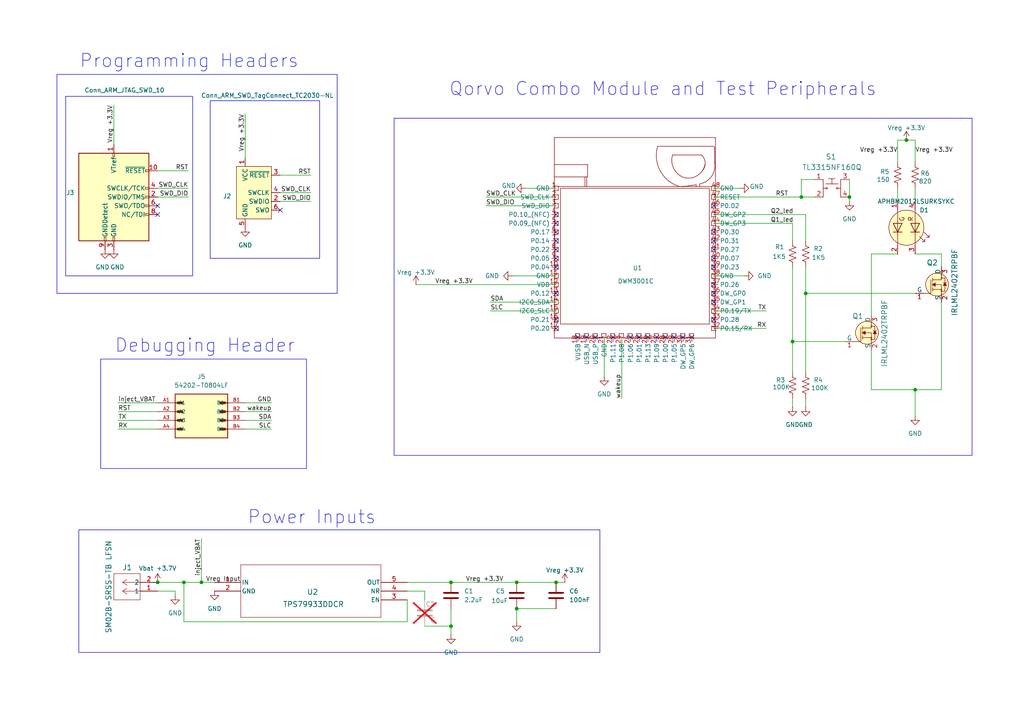
<source format=kicad_sch>
(kicad_sch (version 20231120) (generator "eeschema") (generator_version "8.0")
  (paper "A4")
  (title_block (title "BareTag_Tag") (date "2024-12-26") (rev "2") (company "SDP Team 3") (comment 1 "Authors: Connor McGarry, Sean Brown, Walter Tebbetts, Ken Su"))
  (lib_symbols
    (symbol "Connector:Conn_ARM_JTAG_SWD_10" (pin_names (offset 1.016))
      (property "Reference" "J3" (at -11.43 1.2701 0))
      (property "Value" "Conn_ARM_JTAG_SWD_10" (at 14.732 30.988 0))
      (symbol "Conn_ARM_JTAG_SWD_10_1_1"
        (pin power_in line (at 0 15.24 270) (length 2.54) (name "VTref") (number "1"))
        (pin open_collector line (at 12.7 7.62 180) (length 2.54) (name "~{RESET}") (number "10"))
        (pin bidirectional line (at 12.7 0 180) (length 2.54) (name "SWDIO/TMS") (number "2"))
        (pin power_in line (at 0 -15.24 90) (length 2.54) (name "GND") (number "3"))
        (pin bidirectional line (at 12.7 2.54 180) (length 2.54) (name "SWCLK/TCK") (number "4"))
        (pin passive line (at 0 -15.24 90) (length 2.54) hide (name "GND") (number "5"))
        (pin input line (at 12.7 -2.54 180) (length 2.54) (name "SWO/TDO") (number "6"))
        (pin no_connect line (at -10.16 0 0) (length 2.54) hide (name "KEY") (number "7"))
        (pin output line (at 12.7 -5.08 180) (length 2.54) (name "NC/TDI") (number "8"))
        (pin passive line (at -2.54 -15.24 90) (length 2.54) (name "GNDDetect") (number "9"))
      )
    )
    (symbol "Connector:Conn_ARM_SWD_TagConnect_TC2030-NL" (in_bom no)
      (property "Reference" "J" (at 2.54 11.43 0))
      (property "Value" "Conn_ARM_SWD_TagConnect_TC2030-NL" (at 2.54 8.89 0))
      (symbol "Conn_ARM_SWD_TagConnect_TC2030-NL_0_0"
        (pin power_in line (at -2.54 10.16 270) (length 2.54) (name "VCC") (number "1"))
        (pin bidirectional line (at 7.62 -2.54 180) (length 2.54) (name "SWDIO") (number "2"))
        (pin open_collector line (at 7.62 5.08 180) (length 2.54) (name "~{RESET}") (number "3"))
        (pin output line (at 7.62 0 180) (length 2.54) (name "SWCLK") (number "4"))
        (pin power_in line (at -2.54 -10.16 90) (length 2.54) (name "GND") (number "5"))
        (pin input line (at 7.62 -5.08 180) (length 2.54) (name "SWO") (number "6"))
      )
    )
    (symbol "Device:C" (pin_numbers hide) (pin_names (offset 0.254))
      (property "Reference" "C" (at 0.635 2.54 0))
      (property "Value" "C" (at 0.635 -2.54 0))
      (symbol "C_1_1"
        (pin passive line (at 0 3.81 270) (length 2.794) (name "~") (number "1"))
        (pin passive line (at 0 -3.81 90) (length 2.794) (name "~") (number "2"))
      )
    )
    (symbol "Device:R_US" (pin_numbers hide) (pin_names (offset 0))
      (property "Reference" "R" (at 2.54 0 90))
      (property "Value" "R_US" (at -2.54 0 90))
      (symbol "R_US_1_1"
        (pin passive line (at 0 3.81 270) (length 1.27) (name "~") (number "1"))
        (pin passive line (at 0 -3.81 90) (length 1.27) (name "~") (number "2"))
      )
    )
    (symbol "LED:LTST-C235KGKRKT" (pin_names (offset 0) hide)
      (property "Reference" "D1" (at -5.08 3.81 90))
      (property "Value" "APHBM2012LSURKSYKC" (at -7.62 -8.382 90))
      (symbol "LTST-C235KGKRKT_0_0"
        (text "G" (at -2.54 -1.27 0) (effects (font (size 1.2954 1.2954))))
        (text "R" (at -2.54 1.27 0) (effects (font (size 1.2954 1.2954))))
      )
      (symbol "LTST-C235KGKRKT_1_1"
        (pin input line (at -7.62 -2.54 0) (length 2.54) (name "A2") (number "1"))
        (pin input line (at 7.62 -2.54 180) (length 2.54) (name "K2") (number "2"))
        (pin input line (at 7.62 2.54 180) (length 2.54) (name "K1") (number "3"))
        (pin input line (at -7.62 2.54 0) (length 2.54) (name "A1") (number "4"))
      )
    )
    (symbol "SM02B-SRSS-TB:SM02B-SRSS-TB_LFSN" (pin_names (offset 0.254))
      (property "Reference" "J1" (at 7.366 3.81 0))
      (property "Value" "SM02B-SRSS-TB LFSN" (at -10.922 -9.144 0))
      (symbol "SM02B-SRSS-TB_LFSN_1_1"
        (pin power_out line (at 0 0 0) (length 5.08) (name "1") (number "1"))
        (pin power_out line (at 0 -2.54 0) (length 5.08) (name "2") (number "2"))
      )
      (symbol "SM02B-SRSS-TB_LFSN_1_2"
        (pin unspecified line (at 0 0 0) (length 5.08) (name "1") (number "1"))
        (pin unspecified line (at 0 -2.54 0) (length 5.08) (name "2") (number "2"))
      )
    )
    (symbol "TPS79933DDCR:TPS79933DDCR" (pin_names (offset 0.254))
      (property "Reference" "U2" (at 27.686 6.604 0))
      (property "Value" "TPS79933DDCR" (at 27.94 -13.462 0))
      (symbol "TPS79933DDCR_0_1"
        (pin power_in line (at 0 -2.54 0) (length 7.62) (name "GND") (number "2"))
      )
      (symbol "TPS79933DDCR_1_1"
        (pin power_in line (at 0 0 0) (length 7.62) (name "IN") (number "1"))
        (pin input line (at 55.88 -5.08 180) (length 7.62) (name "EN") (number "3"))
        (pin output line (at 55.88 -2.54 180) (length 7.62) (name "NR") (number "4"))
        (pin power_out line (at 55.88 0 180) (length 7.62) (name "OUT") (number "5"))
      )
    )
    (symbol "dk_Tactile-Switches:TL3315NF160Q" (pin_names (offset 1.016))
      (property "Reference" "S" (at 0 5.08 0))
      (property "Value" "TL3315NF160Q" (at 0 -5.08 0))
      (symbol "TL3315NF160Q_1_1"
        (pin passive line (at -5.08 2.54 0) (length 2.54) (name "~") (number "1"))
        (pin passive line (at -5.08 -2.54 0) (length 2.54) (name "~") (number "2"))
        (pin passive line (at 5.08 2.54 180) (length 2.54) (name "~") (number "3"))
        (pin passive line (at 5.08 -2.54 180) (length 2.54) (name "~") (number "4"))
      )
    )
    (symbol "dk_Transistors-FETs-MOSFETs-Single:IRLML2402TRPBF" (pin_names (offset 0))
      (property "Reference" "Q" (at -2.6924 3.6322 0))
      (property "Value" "IRLML2402TRPBF" (at 3.4544 0 90))
      (symbol "IRLML2402TRPBF_1_1"
        (pin bidirectional line (at -7.62 -2.54 0) (length 2.54) (name "G") (number "1"))
        (pin bidirectional line (at 0 -5.08 90) (length 2.54) (name "S") (number "2"))
        (pin bidirectional line (at 0 5.08 270) (length 2.54) (name "D") (number "3"))
      )
    )
    (symbol "imported:54202-T0804LF" (pin_names (offset 1.016))
      (property "Reference" "J" (at -8.12 7.62 0))
      (property "Value" "54202-T0804LF" (at -7.62 -7.62 0))
      (symbol "54202-T0804LF_0_0"
        (pin passive line (at -12.7 5.08 0) (length 5.08) (name "A1") (number "A1"))
        (pin passive line (at -12.7 2.54 0) (length 5.08) (name "A2") (number "A2"))
        (pin passive line (at -12.7 0 0) (length 5.08) (name "A3") (number "A3"))
        (pin passive line (at -12.7 -2.54 0) (length 5.08) (name "A4") (number "A4"))
        (pin passive line (at 12.7 5.08 180) (length 5.08) (name "B1") (number "B1"))
        (pin passive line (at 12.7 2.54 180) (length 5.08) (name "B2") (number "B2"))
        (pin passive line (at 12.7 0 180) (length 5.08) (name "B3") (number "B3"))
        (pin passive line (at 12.7 -2.54 180) (length 5.08) (name "B4") (number "B4"))
      )
    )
    (symbol "power:+3.3V" (power) (pin_numbers hide) (pin_names (offset 0) hide)
      (property "Value" "+3.3V" (at 0 3.556 0))
      (symbol "+3.3V_1_1"
        (pin power_in line (at 0 0 90) (length 0) (name "~") (number "1"))
      )
    )
    (symbol "power:GND" (power) (pin_numbers hide) (pin_names (offset 0) hide)
      (property "Value" "GND" (at 0 -3.81 0))
      (symbol "GND_1_1"
        (pin power_in line (at 0 0 270) (length 0) (name "~") (number "1"))
      )
    )
    (symbol "sdp:DWM3001C"
      (property "Reference" "U1" (at 2.032 -2.794 0))
      (property "Value" "DWM3001C" (at 1.524 -6.604 0))
      (symbol "DWM3001C_1_1"
        (pin power_in line (at -21.59 20.32 180) (length 1.27) (name "GND") (number "1"))
        (pin bidirectional line (at -21.59 -2.54 180) (length 1.27) (name "P0.04") (number "10"))
        (pin power_in line (at -21.59 -5.08 180) (length 1.27) (name "GND") (number "11"))
        (pin power_in line (at -21.59 -7.62 180) (length 1.27) (name "VDD") (number "12"))
        (pin bidirectional line (at -21.59 -10.16 180) (length 1.27) (name "P0.12") (number "13"))
        (pin bidirectional line (at -21.59 -12.7 180) (length 1.27) (name "I2C0_SDA") (number "14"))
        (pin bidirectional line (at -21.59 -15.24 180) (length 1.27) (name "I2C0_SLC") (number "15"))
        (pin bidirectional line (at -21.59 -17.78 180) (length 1.27) (name "P0.21") (number "16"))
        (pin bidirectional line (at -21.59 -20.32 180) (length 1.27) (name "P0.20") (number "17"))
        (pin bidirectional line (at -15.24 -22.86 270) (length 1.27) (name "VUSB") (number "18"))
        (pin bidirectional line (at -12.7 -22.86 270) (length 1.27) (name "USB_N") (number "19"))
        (pin input line (at -21.59 17.78 180) (length 1.27) (name "SWD_CLK") (number "2"))
        (pin bidirectional line (at -10.16 -22.86 270) (length 1.27) (name "USB_P") (number "20"))
        (pin power_in line (at -7.62 -22.86 270) (length 1.27) (name "GND") (number "21"))
        (pin bidirectional line (at -5.08 -22.86 270) (length 1.27) (name "P1.11") (number "22"))
        (pin bidirectional line (at -2.54 -22.86 270) (length 1.27) (name "P1.08") (number "23"))
        (pin bidirectional line (at 0 -22.86 270) (length 1.27) (name "P1.06") (number "24"))
        (pin bidirectional line (at 2.54 -22.86 270) (length 1.27) (name "P1.01") (number "25"))
        (pin bidirectional line (at 5.08 -22.86 270) (length 1.27) (name "P1.13") (number "26"))
        (pin bidirectional line (at 7.62 -22.86 270) (length 1.27) (name "P1.09") (number "27"))
        (pin bidirectional line (at 10.16 -22.86 270) (length 1.27) (name "P1.00") (number "28"))
        (pin bidirectional line (at 12.7 -22.86 270) (length 1.27) (name "P1.05") (number "29"))
        (pin bidirectional line (at -21.59 15.24 180) (length 1.27) (name "SWD_DIO") (number "3"))
        (pin bidirectional line (at 15.24 -22.86 270) (length 1.27) (name "DW_GP5") (number "30"))
        (pin bidirectional line (at 17.78 -22.86 270) (length 1.27) (name "DW_GP6") (number "31"))
        (pin bidirectional line (at 24.13 -20.32 0) (length 1.27) (name "P0.15/RX") (number "32"))
        (pin bidirectional line (at 24.13 -17.78 0) (length 1.27) (name "P0.28") (number "33"))
        (pin bidirectional line (at 24.13 -15.24 0) (length 1.27) (name "P0.19/TX") (number "34"))
        (pin bidirectional line (at 24.13 -12.7 0) (length 1.27) (name "DW_GP1") (number "35"))
        (pin bidirectional line (at 24.13 -10.16 0) (length 1.27) (name "DW_GP0") (number "36"))
        (pin bidirectional line (at 24.13 -7.62 0) (length 1.27) (name "P0.26") (number "37"))
        (pin power_in line (at 24.13 -5.08 0) (length 1.27) (name "GND") (number "38"))
        (pin bidirectional line (at 24.13 -2.54 0) (length 1.27) (name "P0.23") (number "39"))
        (pin bidirectional line (at -21.59 12.7 180) (length 1.27) (name "P0.10_(NFC)") (number "4"))
        (pin bidirectional line (at 24.13 0 0) (length 1.27) (name "P0.07") (number "40"))
        (pin bidirectional line (at 24.13 2.54 0) (length 1.27) (name "P0.27") (number "41"))
        (pin bidirectional line (at 24.13 5.08 0) (length 1.27) (name "P0.31") (number "42"))
        (pin bidirectional line (at 24.13 7.62 0) (length 1.27) (name "P0.30") (number "43"))
        (pin bidirectional line (at 24.13 10.16 0) (length 1.27) (name "DW_GP3") (number "44"))
        (pin bidirectional line (at 24.13 12.7 0) (length 1.27) (name "DW_GP2") (number "45"))
        (pin bidirectional line (at 24.13 15.24 0) (length 1.27) (name "P0.02") (number "46"))
        (pin bidirectional line (at 24.13 17.78 0) (length 1.27) (name "RESET") (number "47"))
        (pin power_in line (at 24.13 20.32 0) (length 1.27) (name "GND") (number "48"))
        (pin bidirectional line (at -21.59 10.16 180) (length 1.27) (name "P0.09_(NFC)") (number "5"))
        (pin bidirectional line (at -21.59 7.62 180) (length 1.27) (name "P0.17") (number "6"))
        (pin bidirectional line (at -21.59 5.08 180) (length 1.27) (name "P0.14") (number "7"))
        (pin bidirectional line (at -21.59 2.54 180) (length 1.27) (name "P0.22") (number "8"))
        (pin bidirectional line (at -21.59 0 180) (length 1.27) (name "P0.05") (number "9"))
      )
    )
  )
  (junction (at 232.41 57.15))
  (junction (at 262.89 40.64))
  (junction (at 45.72 168.91))
  (junction (at 161.29 168.91))
  (junction (at 149.86 168.91))
  (junction (at 130.81 168.91))
  (junction (at 265.43 113.03))
  (junction (at 53.34 168.91))
  (junction (at 130.81 181.61))
  (junction (at 246.38 57.15))
  (junction (at 58.42 168.91))
  (junction (at 233.68 85.09))
  (junction (at 229.87 99.06))
  (junction (at 149.86 176.53))
  (no_connect (at 185.42 97.79))
  (no_connect (at 207.01 77.47))
  (no_connect (at 161.29 64.77))
  (no_connect (at 161.29 67.31))
  (no_connect (at 167.64 97.79))
  (no_connect (at 161.29 74.93))
  (no_connect (at 161.29 92.71))
  (no_connect (at 161.29 62.23))
  (no_connect (at 207.01 82.55))
  (no_connect (at 198.12 97.79))
  (no_connect (at 207.01 72.39))
  (no_connect (at 207.01 69.85))
  (no_connect (at 182.88 97.79))
  (no_connect (at 170.18 97.79))
  (no_connect (at 200.66 97.79))
  (no_connect (at 207.01 59.69))
  (no_connect (at 207.01 87.63))
  (no_connect (at 207.01 67.31))
  (no_connect (at 190.5 97.79))
  (no_connect (at 45.72 59.69))
  (no_connect (at 177.8 97.79))
  (no_connect (at 207.01 92.71))
  (no_connect (at 187.96 97.79))
  (no_connect (at 193.04 97.79))
  (no_connect (at 161.29 69.85))
  (no_connect (at 195.58 97.79))
  (no_connect (at 161.29 95.25))
  (no_connect (at 161.29 77.47))
  (no_connect (at 81.28 60.96))
  (no_connect (at 207.01 85.09))
  (no_connect (at 172.72 97.79))
  (no_connect (at 161.29 85.09))
  (no_connect (at 45.72 62.23))
  (no_connect (at 207.01 74.93))
  (no_connect (at 161.29 72.39))
  (wire (pts (xy 50.8 171.45) (xy 50.8 172.72)))
  (wire (pts (xy 246.38 52.07) (xy 246.38 57.15)))
  (wire (pts (xy 207.01 62.23) (xy 233.68 62.23)))
  (wire (pts (xy 273.05 113.03) (xy 265.43 113.03)))
  (wire (pts (xy 140.97 59.69) (xy 161.29 59.69)))
  (wire (pts (xy 120.65 82.55) (xy 161.29 82.55)))
  (wire (pts (xy 71.12 33.02) (xy 71.12 45.72)))
  (wire (pts (xy 78.74 124.46) (xy 71.12 124.46)))
  (wire (pts (xy 130.81 181.61) (xy 130.81 184.15)))
  (wire (pts (xy 54.61 54.61) (xy 45.72 54.61)))
  (wire (pts (xy 53.34 180.34) (xy 53.34 168.91)))
  (wire (pts (xy 233.68 115.57) (xy 233.68 118.11)))
  (wire (pts (xy 215.9 80.01) (xy 207.01 80.01)))
  (wire (pts (xy 232.41 57.15) (xy 236.22 57.15)))
  (wire (pts (xy 233.68 85.09) (xy 265.43 85.09)))
  (wire (pts (xy 229.87 64.77) (xy 229.87 69.85)))
  (wire (pts (xy 232.41 52.07) (xy 232.41 57.15)))
  (wire (pts (xy 252.73 113.03) (xy 252.73 101.6)))
  (wire (pts (xy 207.01 57.15) (xy 232.41 57.15)))
  (wire (pts (xy 260.35 40.64) (xy 262.89 40.64)))
  (wire (pts (xy 54.61 49.53) (xy 45.72 49.53)))
  (wire (pts (xy 265.43 73.66) (xy 273.05 73.66)))
  (wire (pts (xy 149.86 176.53) (xy 149.86 180.34)))
  (wire (pts (xy 54.61 57.15) (xy 45.72 57.15)))
  (wire (pts (xy 90.17 55.88) (xy 81.28 55.88)))
  (wire (pts (xy 161.29 168.91) (xy 163.83 168.91)))
  (wire (pts (xy 142.24 90.17) (xy 161.29 90.17)))
  (wire (pts (xy 90.17 58.42) (xy 81.28 58.42)))
  (wire (pts (xy 118.11 173.99) (xy 118.11 180.34)))
  (wire (pts (xy 78.74 119.38) (xy 71.12 119.38)))
  (wire (pts (xy 233.68 62.23) (xy 233.68 69.85)))
  (wire (pts (xy 118.11 168.91) (xy 130.81 168.91)))
  (wire (pts (xy 252.73 73.66) (xy 252.73 91.44)))
  (wire (pts (xy 214.63 54.61) (xy 207.01 54.61)))
  (wire (pts (xy 260.35 54.61) (xy 260.35 58.42)))
  (wire (pts (xy 149.86 176.53) (xy 161.29 176.53)))
  (wire (pts (xy 207.01 64.77) (xy 229.87 64.77)))
  (wire (pts (xy 207.01 95.25) (xy 222.25 95.25)))
  (wire (pts (xy 33.02 30.48) (xy 33.02 41.91)))
  (wire (pts (xy 34.29 121.92) (xy 45.72 121.92)))
  (wire (pts (xy 34.29 124.46) (xy 45.72 124.46)))
  (wire (pts (xy 45.72 168.91) (xy 53.34 168.91)))
  (wire (pts (xy 78.74 116.84) (xy 71.12 116.84)))
  (wire (pts (xy 229.87 77.47) (xy 229.87 99.06)))
  (wire (pts (xy 273.05 73.66) (xy 273.05 77.47)))
  (wire (pts (xy 260.35 73.66) (xy 252.73 73.66)))
  (wire (pts (xy 123.19 171.45) (xy 123.19 173.99)))
  (wire (pts (xy 34.29 119.38) (xy 45.72 119.38)))
  (wire (pts (xy 78.74 121.92) (xy 71.12 121.92)))
  (wire (pts (xy 229.87 115.57) (xy 229.87 118.11)))
  (wire (pts (xy 53.34 180.34) (xy 118.11 180.34)))
  (wire (pts (xy 265.43 113.03) (xy 252.73 113.03)))
  (wire (pts (xy 233.68 85.09) (xy 233.68 107.95)))
  (wire (pts (xy 50.8 171.45) (xy 45.72 171.45)))
  (wire (pts (xy 180.34 97.79) (xy 180.34 115.57)))
  (wire (pts (xy 229.87 99.06) (xy 229.87 107.95)))
  (wire (pts (xy 265.43 113.03) (xy 265.43 120.65)))
  (wire (pts (xy 148.59 80.01) (xy 161.29 80.01)))
  (wire (pts (xy 273.05 87.63) (xy 273.05 113.03)))
  (wire (pts (xy 236.22 52.07) (xy 232.41 52.07)))
  (wire (pts (xy 207.01 90.17) (xy 222.25 90.17)))
  (wire (pts (xy 53.34 168.91) (xy 58.42 168.91)))
  (wire (pts (xy 265.43 54.61) (xy 265.43 58.42)))
  (wire (pts (xy 34.29 116.84) (xy 45.72 116.84)))
  (wire (pts (xy 90.17 50.8) (xy 81.28 50.8)))
  (wire (pts (xy 140.97 57.15) (xy 161.29 57.15)))
  (wire (pts (xy 58.42 156.21) (xy 58.42 168.91)))
  (wire (pts (xy 175.26 109.22) (xy 175.26 97.79)))
  (wire (pts (xy 118.11 171.45) (xy 123.19 171.45)))
  (wire (pts (xy 229.87 99.06) (xy 245.11 99.06)))
  (wire (pts (xy 58.42 168.91) (xy 62.23 168.91)))
  (wire (pts (xy 123.19 181.61) (xy 130.81 181.61)))
  (wire (pts (xy 130.81 176.53) (xy 130.81 181.61)))
  (wire (pts (xy 246.38 57.15) (xy 246.38 58.42)))
  (wire (pts (xy 260.35 46.99) (xy 260.35 40.64)))
  (wire (pts (xy 265.43 46.99) (xy 265.43 40.64)))
  (wire (pts (xy 130.81 168.91) (xy 149.86 168.91)))
  (wire (pts (xy 149.86 168.91) (xy 161.29 168.91)))
  (wire (pts (xy 262.89 40.64) (xy 265.43 40.64)))
  (wire (pts (xy 233.68 77.47) (xy 233.68 85.09)))
  (wire (pts (xy 152.4 54.61) (xy 161.29 54.61)))
  (wire (pts (xy 142.24 87.63) (xy 161.29 87.63)))
  (rectangle (start 22.86 153.67) (end 173.99 189.23))
  (rectangle (start 114.3 34.29) (end 281.94 132.08))
  (rectangle (start 16.51 21.59) (end 97.79 85.09))
  (rectangle (start 60.96 29.21) (end 92.71 74.93))
  (rectangle (start 19.05 27.94) (end 55.88 80.01))
  (rectangle (start 29.21 104.14) (end 88.9 135.89))
  (text "Qorvo Combo Module and Test Peripherals" (at 192.278 25.908 0) (effects (font (size 3.81 3.81))))
  (text "Debugging Header" (at 59.436 100.33 0) (effects (font (size 3.81 3.81))))
  (text "Power Inputs" (at 90.424 150.114 0) (effects (font (size 3.81 3.81))))
  (text "Programming Headers\n" (at 54.864 17.78 0) (effects (font (size 3.81 3.81))))
  (label "SDA" (at 142.24 87.63 0))
  (label "SWD_CLK" (at 140.97 57.15 0))
  (label "RX" (at 34.29 124.46 0))
  (label "Vreg +3.3V" (at 71.12 33.02 270))
  (label "RST" (at 90.17 50.8 180))
  (label "Vreg +3.3V" (at 137.16 82.55 180))
  (label "Q2_led" (at 223.52 62.23 0))
  (label "GND" (at 78.74 116.84 180))
  (label "wakeup" (at 180.34 115.57 90))
  (label "Vreg +3.3V" (at 33.02 30.48 270))
  (label "SWD_DIO" (at 90.17 58.42 180))
  (label "wakeup" (at 78.74 119.38 180))
  (label "inject_VBAT" (at 58.42 156.21 270))
  (label "TX" (at 34.29 121.92 0))
  (label "SLC" (at 142.24 90.17 0))
  (label "inject_VBAT" (at 34.29 116.84 0))
  (label "SLC" (at 78.74 124.46 180))
  (label "Vreg +3.3V" (at 265.43 44.45 0))
  (label "TX" (at 222.25 90.17 180))
  (label "SDA" (at 78.74 121.92 180))
  (label "Q1_led" (at 223.52 64.77 0))
  (label "SWD_CLK" (at 54.61 54.61 180))
  (label "Vreg +3.3V" (at 146.05 168.91 180))
  (label "Vreg +3.3V" (at 260.35 44.45 180))
  (label "RST" (at 34.29 119.38 0))
  (label "SWD_DIO" (at 54.61 57.15 180))
  (label "SWD_DIO" (at 140.97 59.69 0))
  (label "RST" (at 228.6 57.15 180))
  (label "RX" (at 222.25 95.25 180))
  (label "RST" (at 54.61 49.53 180))
  (label "SWD_CLK" (at 90.17 55.88 180))
  (label "Vreg Input" (at 59.69 168.91 0))
  (symbol (lib_id "power:GND") (at 149.86 180.34 0) (unit 1)
    (property "Reference" "#PWR017" (effects (hide yes)))
    (property "Value" "GND" (at 149.86 185.42 0))
    (property "Description" "Power symbol creates a global label with name \"GND\" , ground" (effects (hide yes)))
  )
  (symbol (lib_id "Device:R_US") (at 260.35 50.8 0) (unit 1)
    (property "Reference" "R5" (at 255.27 49.784 0) (effects (justify left)))
    (property "Value" "150" (at 254.254 52.07 0) (effects (justify left)))
    (property "Footprint" "Resistor_SMD:R_0402_1005Metric" (effects (hide yes)))
    (property "Description" "Resistor, US symbol" (effects (hide yes)))
  )
  (symbol (lib_id "dk_Transistors-FETs-MOSFETs-Single:IRLML2402TRPBF") (at 252.73 96.52 0) (unit 1)
    (property "Reference" "Q1" (at 247.142 91.694 0) (effects (font (size 1.524 1.524)) (justify left)))
    (property "Value" "IRLML2402TRPBF" (at 256.54 106.426 90) (effects (font (size 1.524 1.524)) (justify left)))
    (property "Footprint" "digikey-footprints:SOT-23-3" (effects (hide yes)))
    (property "Datasheet" "https://www.infineon.com/dgdl/irlml2402pbf.pdf?fileId=5546d462533600a401535664e5ef25fa" (effects (hide yes)))
    (property "Description" "MOSFET N-CH 20V 1.2A SOT-23" (effects (hide yes)))
    (property "Digi-Key_PN" "IRLML2402PBFCT-ND" (effects (hide yes)))
    (property "MPN" "IRLML2402TRPBF" (effects (hide yes)))
    (property "Category" "Discrete Semiconductor Products" (effects (hide yes)))
    (property "Family" "Transistors - FETs, MOSFETs - Single" (effects (hide yes)))
    (property "DK_Datasheet_Link" "https://www.infineon.com/dgdl/irlml2402pbf.pdf?fileId=5546d462533600a401535664e5ef25fa" (effects (hide yes)))
    (property "DK_Detail_Page" "/product-detail/en/infineon-technologies/IRLML2402TRPBF/IRLML2402PBFCT-ND/812508" (effects (hide yes)))
    (property "Description_1" "MOSFET N-CH 20V 1.2A SOT-23" (effects (hide yes)))
    (property "Manufacturer" "Infineon Technologies" (effects (hide yes)))
    (property "Status" "Active" (effects (hide yes)))
  )
  (symbol (lib_id "power:+3.3V") (at 163.83 168.91 0) (unit 1)
    (property "Reference" "#PWR09" (effects (hide yes)))
    (property "Value" "Vreg +3.3V" (at 163.83 165.354 0))
    (property "Description" "Power symbol creates a global label with name \"+3.3V\"" (effects (hide yes)))
  )
  (symbol (lib_id "Device:R_US") (at 233.68 111.76 0) (unit 1)
    (property "Reference" "R4" (at 235.966 110.236 0) (effects (justify left)))
    (property "Value" "100K" (at 235.204 112.522 0) (effects (justify left)))
    (property "Footprint" "Resistor_SMD:R_0402_1005Metric" (effects (hide yes)))
    (property "Description" "Resistor, US symbol" (effects (hide yes)))
  )
  (symbol (lib_id "power:GND") (at 130.81 184.15 0) (unit 1)
    (property "Reference" "#PWR010" (effects (hide yes)))
    (property "Value" "GND" (at 130.81 189.23 0))
    (property "Description" "Power symbol creates a global label with name \"GND\" , ground" (effects (hide yes)))
  )
  (symbol (lib_id "power:GND") (at 214.63 54.61 90) (unit 1)
    (property "Reference" "#PWR07" (effects (hide yes)))
    (property "Value" "GND" (at 217.424 54.102 90) (effects (justify right)))
    (property "Description" "Power symbol creates a global label with name \"GND\" , ground" (effects (hide yes)))
  )
  (symbol (lib_id "Connector:Conn_ARM_JTAG_SWD_10") (at 33.02 57.15 0) (unit 1)
    (property "Reference" "J3" (at 21.59 55.8799 0) (effects (justify right)))
    (property "Value" "Conn_ARM_JTAG_SWD_10" (at 47.752 26.162 0) (effects (justify right)))
    (property "Footprint" "Connector_PinHeader_1.27mm:PinHeader_2x05_P1.27mm_Vertical_SMD" (effects (hide yes)))
    (property "Datasheet" "http://infocenter.arm.com/help/topic/com.arm.doc.ddi0314h/DDI0314H_coresight_components_trm.pdf" (effects (hide yes)))
    (property "Description" "Cortex Debug Connector, standard ARM Cortex-M SWD and JTAG interface" (effects (hide yes)))
  )
  (symbol (lib_id "TPS79933DDCR:TPS79933DDCR") (at 62.23 168.91 0) (unit 1)
    (property "Reference" "U2" (at 90.678 171.704 0) (effects (font (size 1.524 1.524))))
    (property "Value" "TPS79933DDCR" (at 90.932 175.26 0) (effects (font (size 1.524 1.524))))
    (property "Footprint" "imported:SOT95P280X110-5N" (effects (hide yes)))
    (property "Datasheet" "https://www.ti.com/lit/ds/symlink/tps799.pdf" (effects (hide yes)))
  )
  (symbol (lib_id "power:+3.3V") (at 45.72 168.91 0) (unit 1)
    (property "Reference" "#PWR08" (effects (hide yes)))
    (property "Value" "Vbat +3.7V" (at 45.72 164.846 0))
    (property "Description" "Power symbol creates a global label with name \"+3.3V\"" (effects (hide yes)))
  )
  (symbol (lib_id "power:GND") (at 148.59 80.01 270) (unit 1)
    (property "Reference" "#PWR04" (effects (hide yes)))
    (property "Value" "GND" (at 144.78 80.0099 90) (effects (justify right)))
    (property "Description" "Power symbol creates a global label with name \"GND\" , ground" (effects (hide yes)))
  )
  (symbol (lib_id "Device:R_US") (at 229.87 111.76 0) (unit 1)
    (property "Reference" "R3" (at 225.044 110.236 0) (effects (justify left)))
    (property "Value" "100K" (at 224.028 112.268 0) (effects (justify left)))
    (property "Footprint" "Resistor_SMD:R_0402_1005Metric" (effects (hide yes)))
    (property "Description" "Resistor, US symbol" (effects (hide yes)))
  )
  (symbol (lib_id "Connector:Conn_ARM_SWD_TagConnect_TC2030-NL") (at 73.66 55.88 0) (unit 1) (in_bom no)
    (property "Reference" "J2" (at 67.056 56.896 0) (effects (justify right)))
    (property "Value" "Conn_ARM_SWD_TagConnect_TC2030-NL" (at 96.774 27.686 0) (effects (justify right)))
    (property "Datasheet" "https://www.tag-connect.com/wp-content/uploads/bsk-pdf-manager/2020/12/EC-6Pin_7_9.pdf" (effects (hide yes)))
    (property "Description" "Tag-Connect ARM Cortex SWD JTAG connector, 6 pin, no legs" (effects (hide yes)))
  )
  (symbol (lib_id "Device:C") (at 161.29 172.72 0) (unit 1)
    (property "Reference" "C6" (at 165.1 171.4499 0) (effects (justify left)))
    (property "Value" "100nF" (at 165.1 173.9899 0) (effects (justify left)))
    (property "Footprint" "Capacitor_SMD:C_0603_1608Metric" (effects (hide yes)))
    (property "Description" "Unpolarized capacitor" (effects (hide yes)))
  )
  (symbol (lib_id "power:GND") (at 265.43 120.65 0) (unit 1)
    (property "Reference" "#PWR016" (effects (hide yes)))
    (property "Value" "GND" (at 265.43 125.73 0))
    (property "Description" "Power symbol creates a global label with name \"GND\" , ground" (effects (hide yes)))
  )
  (symbol (lib_id "sdp:DWM3001C") (at 182.88 74.93 0) (unit 1)
    (property "Reference" "U1" (at 184.912 77.724 0))
    (property "Value" "DWM3001C" (at 184.404 81.534 0))
    (property "Footprint" "imported:DWM3001C" (effects (hide yes)))
  )
  (symbol (lib_id "Device:C") (at 123.19 177.8 0) (unit 1) (dnp yes)
    (property "Reference" "C2" (at 123.444 175.26 0) (effects (justify left)))
    (property "Value" "C" (at 124.714 179.832 0) (effects (justify left)))
    (property "Footprint" "imported:GRM155C80J225KE95D" (effects (hide yes)))
    (property "Description" "Unpolarized capacitor" (effects (hide yes)))
  )
  (symbol (lib_id "Device:C") (at 149.86 172.72 0) (unit 1)
    (property "Reference" "C5" (at 143.764 171.45 0) (effects (justify left)))
    (property "Value" "10uF" (at 142.494 174.244 0) (effects (justify left)))
    (property "Footprint" "imported:GRM155C80J225KE95D" (effects (hide yes)))
    (property "Description" "Unpolarized capacitor" (effects (hide yes)))
  )
  (symbol (lib_id "power:GND") (at 175.26 109.22 0) (unit 1)
    (property "Reference" "#PWR05" (effects (hide yes)))
    (property "Value" "GND" (at 175.26 114.3 0))
    (property "Description" "Power symbol creates a global label with name \"GND\" , ground" (effects (hide yes)))
  )
  (symbol (lib_id "dk_Transistors-FETs-MOSFETs-Single:IRLML2402TRPBF") (at 273.05 82.55 0) (unit 1)
    (property "Reference" "Q2" (at 268.732 76.2 0) (effects (font (size 1.524 1.524)) (justify left)))
    (property "Value" "IRLML2402TRPBF" (at 276.86 91.694 90) (effects (font (size 1.524 1.524)) (justify left)))
    (property "Footprint" "digikey-footprints:SOT-23-3" (effects (hide yes)))
    (property "Datasheet" "https://www.infineon.com/dgdl/irlml2402pbf.pdf?fileId=5546d462533600a401535664e5ef25fa" (effects (hide yes)))
    (property "Description" "MOSFET N-CH 20V 1.2A SOT-23" (effects (hide yes)))
    (property "Digi-Key_PN" "IRLML2402PBFCT-ND" (effects (hide yes)))
    (property "MPN" "IRLML2402TRPBF" (effects (hide yes)))
    (property "Category" "Discrete Semiconductor Products" (effects (hide yes)))
    (property "Family" "Transistors - FETs, MOSFETs - Single" (effects (hide yes)))
    (property "DK_Datasheet_Link" "https://www.infineon.com/dgdl/irlml2402pbf.pdf?fileId=5546d462533600a401535664e5ef25fa" (effects (hide yes)))
    (property "DK_Detail_Page" "/product-detail/en/infineon-technologies/IRLML2402TRPBF/IRLML2402PBFCT-ND/812508" (effects (hide yes)))
    (property "Description_1" "MOSFET N-CH 20V 1.2A SOT-23" (effects (hide yes)))
    (property "Manufacturer" "Infineon Technologies" (effects (hide yes)))
    (property "Status" "Active" (effects (hide yes)))
  )
  (symbol (lib_id "power:GND") (at 246.38 58.42 0) (unit 1)
    (property "Reference" "#PWR013" (effects (hide yes)))
    (property "Value" "GND" (at 246.38 63.5 0))
    (property "Description" "Power symbol creates a global label with name \"GND\" , ground" (effects (hide yes)))
  )
  (symbol (lib_id "imported:54202-T0804LF") (at 58.42 121.92 0) (unit 1)
    (property "Reference" "J5" (at 58.42 109.22 0))
    (property "Value" "54202-T0804LF" (at 58.42 111.76 0))
    (property "Footprint" "imported:AMPHENOL_54202-T0804LF" (effects (hide yes)))
    (property "PARTREV" "AC" (effects (hide yes)))
    (property "STANDARD" "Manufacturer Recommendations" (effects (hide yes)))
    (property "SNAPEDA_PN" "54202-T0804LF" (effects (hide yes)))
    (property "MAXIMUM_PACKAGE_HEIGHT" "9.85mm" (effects (hide yes)))
    (property "MANUFACTURER" "AMPHENOL ICC / FCI" (effects (hide yes)))
  )
  (symbol (lib_id "Device:R_US") (at 233.68 73.66 0) (unit 1)
    (property "Reference" "R2" (at 235.966 72.136 0) (effects (justify left)))
    (property "Value" "1K5" (at 235.458 74.676 0) (effects (justify left)))
    (property "Footprint" "Resistor_SMD:R_0402_1005Metric" (effects (hide yes)))
    (property "Description" "Resistor, US symbol" (effects (hide yes)))
  )
  (symbol (lib_id "power:+3.3V") (at 120.65 82.55 0) (unit 1)
    (property "Reference" "#PWR019" (effects (hide yes)))
    (property "Value" "Vreg +3.3V" (at 120.65 78.994 0))
    (property "Description" "Power symbol creates a global label with name \"+3.3V\"" (effects (hide yes)))
  )
  (symbol (lib_id "power:GND") (at 71.12 66.04 0) (unit 1)
    (property "Reference" "#PWR01" (effects (hide yes)))
    (property "Value" "GND" (at 71.12 71.12 0))
    (property "Description" "Power symbol creates a global label with name \"GND\" , ground" (effects (hide yes)))
  )
  (symbol (lib_id "power:+3.3V") (at 262.89 40.64 0) (unit 1)
    (property "Reference" "#PWR018" (effects (hide yes)))
    (property "Value" "Vreg +3.3V" (at 262.89 37.084 0))
    (property "Description" "Power symbol creates a global label with name \"+3.3V\"" (effects (hide yes)))
  )
  (symbol (lib_id "power:GND") (at 50.8 172.72 0) (unit 1)
    (property "Reference" "#PWR020" (effects (hide yes)))
    (property "Value" "GND" (at 50.8 177.8 0))
    (property "Description" "Power symbol creates a global label with name \"GND\" , ground" (effects (hide yes)))
  )
  (symbol (lib_id "dk_Tactile-Switches:TL3315NF160Q") (at 241.3 54.61 0) (unit 1)
    (property "Reference" "S1" (at 241.046 45.466 0) (effects (font (size 1.524 1.524))))
    (property "Value" "TL3315NF160Q" (at 241.3 48.514 0) (effects (font (size 1.524 1.524))))
    (property "Footprint" "digikey-footprints:Switch_Tactile_SMD_4.5x4.5mm_TL3315NF160Q" (effects (hide yes)))
    (property "Datasheet" "http://spec_sheets.e-switch.com/specs/P010337.pdf" (effects (hide yes)))
    (property "Description" "SWITCH TACTILE SPST-NO 0.05A 15V" (effects (hide yes)))
    (property "Digi-Key_PN" "EG4621CT-ND" (effects (hide yes)))
    (property "MPN" "TL3315NF160Q" (effects (hide yes)))
    (property "Category" "Switches" (effects (hide yes)))
    (property "Family" "Tactile Switches" (effects (hide yes)))
    (property "DK_Datasheet_Link" "http://spec_sheets.e-switch.com/specs/P010337.pdf" (effects (hide yes)))
    (property "DK_Detail_Page" "/product-detail/en/e-switch/TL3315NF160Q/EG4621CT-ND/1870401" (effects (hide yes)))
    (property "Description_1" "SWITCH TACTILE SPST-NO 0.05A 15V" (effects (hide yes)))
    (property "Manufacturer" "E-Switch" (effects (hide yes)))
    (property "Status" "Active" (effects (hide yes)))
  )
  (symbol (lib_id "Device:R_US") (at 265.43 50.8 0) (unit 1)
    (property "Reference" "R6" (at 266.954 50.292 0) (effects (justify left)))
    (property "Value" "820" (at 266.446 52.578 0) (effects (justify left)))
    (property "Footprint" "Resistor_SMD:R_0402_1005Metric" (effects (hide yes)))
    (property "Description" "Resistor, US symbol" (effects (hide yes)))
  )
  (symbol (lib_id "power:GND") (at 215.9 80.01 90) (unit 1)
    (property "Reference" "#PWR06" (effects (hide yes)))
    (property "Value" "GND" (at 219.71 80.0099 90) (effects (justify right)))
    (property "Description" "Power symbol creates a global label with name \"GND\" , ground" (effects (hide yes)))
  )
  (symbol (lib_id "power:GND") (at 233.68 118.11 0) (unit 1)
    (property "Reference" "#PWR015" (effects (hide yes)))
    (property "Value" "GND" (at 233.68 123.19 0))
    (property "Description" "Power symbol creates a global label with name \"GND\" , ground" (effects (hide yes)))
  )
  (symbol (lib_id "power:GND") (at 33.02 72.39 0) (unit 1)
    (property "Reference" "#PWR012" (effects (hide yes)))
    (property "Value" "GND" (at 34.036 77.47 0))
    (property "Description" "Power symbol creates a global label with name \"GND\" , ground" (effects (hide yes)))
  )
  (symbol (lib_id "LED:LTST-C235KGKRKT") (at 262.89 66.04 270) (unit 1)
    (property "Reference" "D1" (at 266.7 60.96 90) (effects (justify left)))
    (property "Value" "APHBM2012LSURKSYKC" (at 254.508 58.42 90) (effects (justify left)))
    (property "Footprint" "imported:LED_APHBM2012LSURKSYKC" (effects (hide yes)))
    (property "Description" "LED dual red/green, 4-pin, down-facing" (effects (hide yes)))
  )
  (symbol (lib_id "SM02B-SRSS-TB:SM02B-SRSS-TB_LFSN") (at 45.72 171.45 180) (unit 1)
    (property "Reference" "J1" (at 38.354 164.592 0) (effects (font (size 1.524 1.524)) (justify left)))
    (property "Value" "SM02B-SRSS-TB LFSN" (at 31.496 156.718 90) (effects (font (size 1.524 1.524)) (justify left)))
    (property "Footprint" "imported:SM02BSRSSTBLFSN" (effects (hide yes)))
    (property "Datasheet" "SM02B-SRSS-TB LFSN" (effects (hide yes)))
  )
  (symbol (lib_id "power:GND") (at 152.4 54.61 270) (unit 1)
    (property "Reference" "#PWR03" (effects (hide yes)))
    (property "Value" "GND" (at 149.606 53.848 90) (effects (justify right)))
    (property "Description" "Power symbol creates a global label with name \"GND\" , ground" (effects (hide yes)))
  )
  (symbol (lib_id "Device:R_US") (at 229.87 73.66 0) (unit 1)
    (property "Reference" "R1" (at 224.79 71.628 0) (effects (justify left)))
    (property "Value" "1K5" (at 224.028 74.422 0) (effects (justify left)))
    (property "Footprint" "Resistor_SMD:R_0402_1005Metric" (effects (hide yes)))
    (property "Description" "Resistor, US symbol" (effects (hide yes)))
  )
  (symbol (lib_id "power:GND") (at 229.87 118.11 0) (unit 1)
    (property "Reference" "#PWR014" (effects (hide yes)))
    (property "Value" "GND" (at 229.87 123.19 0))
    (property "Description" "Power symbol creates a global label with name \"GND\" , ground" (effects (hide yes)))
  )
  (symbol (lib_id "power:GND") (at 30.48 72.39 0) (unit 1)
    (property "Reference" "#PWR011" (effects (hide yes)))
    (property "Value" "GND" (at 29.718 77.47 0))
    (property "Description" "Power symbol creates a global label with name \"GND\" , ground" (effects (hide yes)))
  )
  (symbol (lib_id "power:GND") (at 62.23 171.45 0) (unit 1)
    (property "Reference" "#PWR02" (effects (hide yes)))
    (property "Value" "GND" (at 62.23 176.53 0))
    (property "Description" "Power symbol creates a global label with name \"GND\" , ground" (effects (hide yes)))
  )
  (symbol (lib_id "Device:C") (at 130.81 172.72 180) (unit 1)
    (property "Reference" "C1" (at 134.62 171.4499 0) (effects (justify right)))
    (property "Value" "2.2uF" (at 134.62 173.9899 0) (effects (justify right)))
    (property "Footprint" "imported:GRM155C80J225KE95D" (effects (hide yes)))
    (property "Description" "Unpolarized capacitor" (effects (hide yes)))
  )
)
</source>
